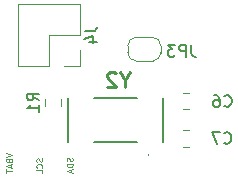
<source format=gbo>
G04 #@! TF.GenerationSoftware,KiCad,Pcbnew,(5.1.4)-1*
G04 #@! TF.CreationDate,2020-11-30T17:40:18+01:00*
G04 #@! TF.ProjectId,BME680,424d4536-3830-42e6-9b69-6361645f7063,A*
G04 #@! TF.SameCoordinates,Original*
G04 #@! TF.FileFunction,Legend,Bot*
G04 #@! TF.FilePolarity,Positive*
%FSLAX46Y46*%
G04 Gerber Fmt 4.6, Leading zero omitted, Abs format (unit mm)*
G04 Created by KiCad (PCBNEW (5.1.4)-1) date 2020-11-30 17:40:18*
%MOMM*%
%LPD*%
G04 APERTURE LIST*
%ADD10C,0.125000*%
%ADD11C,0.120000*%
%ADD12C,0.200000*%
%ADD13C,0.150000*%
%ADD14C,0.254000*%
G04 APERTURE END LIST*
D10*
X119716190Y-134146571D02*
X120216190Y-134313238D01*
X119716190Y-134479904D01*
X119954285Y-134813238D02*
X119978095Y-134884666D01*
X120001904Y-134908476D01*
X120049523Y-134932285D01*
X120120952Y-134932285D01*
X120168571Y-134908476D01*
X120192380Y-134884666D01*
X120216190Y-134837047D01*
X120216190Y-134646571D01*
X119716190Y-134646571D01*
X119716190Y-134813238D01*
X119740000Y-134860857D01*
X119763809Y-134884666D01*
X119811428Y-134908476D01*
X119859047Y-134908476D01*
X119906666Y-134884666D01*
X119930476Y-134860857D01*
X119954285Y-134813238D01*
X119954285Y-134646571D01*
X120073333Y-135122761D02*
X120073333Y-135360857D01*
X120216190Y-135075142D02*
X119716190Y-135241809D01*
X120216190Y-135408476D01*
X119716190Y-135503714D02*
X119716190Y-135789428D01*
X120216190Y-135646571D02*
X119716190Y-135646571D01*
X125302380Y-134560857D02*
X125326190Y-134632285D01*
X125326190Y-134751333D01*
X125302380Y-134798952D01*
X125278571Y-134822761D01*
X125230952Y-134846571D01*
X125183333Y-134846571D01*
X125135714Y-134822761D01*
X125111904Y-134798952D01*
X125088095Y-134751333D01*
X125064285Y-134656095D01*
X125040476Y-134608476D01*
X125016666Y-134584666D01*
X124969047Y-134560857D01*
X124921428Y-134560857D01*
X124873809Y-134584666D01*
X124850000Y-134608476D01*
X124826190Y-134656095D01*
X124826190Y-134775142D01*
X124850000Y-134846571D01*
X125326190Y-135060857D02*
X124826190Y-135060857D01*
X124826190Y-135179904D01*
X124850000Y-135251333D01*
X124897619Y-135298952D01*
X124945238Y-135322761D01*
X125040476Y-135346571D01*
X125111904Y-135346571D01*
X125207142Y-135322761D01*
X125254761Y-135298952D01*
X125302380Y-135251333D01*
X125326190Y-135179904D01*
X125326190Y-135060857D01*
X125183333Y-135537047D02*
X125183333Y-135775142D01*
X125326190Y-135489428D02*
X124826190Y-135656095D01*
X125326190Y-135822761D01*
X122732380Y-134592761D02*
X122756190Y-134664190D01*
X122756190Y-134783238D01*
X122732380Y-134830857D01*
X122708571Y-134854666D01*
X122660952Y-134878476D01*
X122613333Y-134878476D01*
X122565714Y-134854666D01*
X122541904Y-134830857D01*
X122518095Y-134783238D01*
X122494285Y-134688000D01*
X122470476Y-134640380D01*
X122446666Y-134616571D01*
X122399047Y-134592761D01*
X122351428Y-134592761D01*
X122303809Y-134616571D01*
X122280000Y-134640380D01*
X122256190Y-134688000D01*
X122256190Y-134807047D01*
X122280000Y-134878476D01*
X122708571Y-135378476D02*
X122732380Y-135354666D01*
X122756190Y-135283238D01*
X122756190Y-135235619D01*
X122732380Y-135164190D01*
X122684761Y-135116571D01*
X122637142Y-135092761D01*
X122541904Y-135068952D01*
X122470476Y-135068952D01*
X122375238Y-135092761D01*
X122327619Y-135116571D01*
X122280000Y-135164190D01*
X122256190Y-135235619D01*
X122256190Y-135283238D01*
X122280000Y-135354666D01*
X122303809Y-135378476D01*
X122756190Y-135830857D02*
X122756190Y-135592761D01*
X122256190Y-135592761D01*
D11*
X134643548Y-129030000D02*
X135166052Y-129030000D01*
X134643548Y-130450000D02*
X135166052Y-130450000D01*
X134643548Y-133650400D02*
X135166052Y-133650400D01*
X134643548Y-132230400D02*
X135166052Y-132230400D01*
X122959000Y-129596748D02*
X122959000Y-130119252D01*
X124379000Y-129596748D02*
X124379000Y-130119252D01*
D12*
X132952200Y-133240200D02*
X132952200Y-129440200D01*
X124952200Y-129440200D02*
X124952200Y-133240200D01*
X130752200Y-129440200D02*
X127152200Y-129440200D01*
X130752200Y-133240200D02*
X127152200Y-133240200D01*
X131751200Y-134341200D02*
G75*
G03X131751200Y-134341200I-33000J0D01*
G01*
D11*
X130690600Y-124345800D02*
G75*
G03X129990600Y-125045800I0J-700000D01*
G01*
X129990600Y-125645800D02*
G75*
G03X130690600Y-126345800I700000J0D01*
G01*
X132090600Y-126345800D02*
G75*
G03X132790600Y-125645800I0J700000D01*
G01*
X132790600Y-125045800D02*
G75*
G03X132090600Y-124345800I-700000J0D01*
G01*
X132790600Y-125645800D02*
X132790600Y-125045800D01*
X130690600Y-126345800D02*
X132090600Y-126345800D01*
X129990600Y-125045800D02*
X129990600Y-125645800D01*
X132090600Y-124345800D02*
X130690600Y-124345800D01*
X125913400Y-126752000D02*
X125913400Y-125422000D01*
X124583400Y-126752000D02*
X125913400Y-126752000D01*
X125913400Y-124152000D02*
X125913400Y-121552000D01*
X123313400Y-124152000D02*
X125913400Y-124152000D01*
X123313400Y-126752000D02*
X123313400Y-124152000D01*
X125913400Y-121552000D02*
X120713400Y-121552000D01*
X123313400Y-126752000D02*
X120713400Y-126752000D01*
X120713400Y-126752000D02*
X120713400Y-121552000D01*
D13*
X138161266Y-130147942D02*
X138208885Y-130195561D01*
X138351742Y-130243180D01*
X138446980Y-130243180D01*
X138589838Y-130195561D01*
X138685076Y-130100323D01*
X138732695Y-130005085D01*
X138780314Y-129814609D01*
X138780314Y-129671752D01*
X138732695Y-129481276D01*
X138685076Y-129386038D01*
X138589838Y-129290800D01*
X138446980Y-129243180D01*
X138351742Y-129243180D01*
X138208885Y-129290800D01*
X138161266Y-129338419D01*
X137304123Y-129243180D02*
X137494600Y-129243180D01*
X137589838Y-129290800D01*
X137637457Y-129338419D01*
X137732695Y-129481276D01*
X137780314Y-129671752D01*
X137780314Y-130052704D01*
X137732695Y-130147942D01*
X137685076Y-130195561D01*
X137589838Y-130243180D01*
X137399361Y-130243180D01*
X137304123Y-130195561D01*
X137256504Y-130147942D01*
X137208885Y-130052704D01*
X137208885Y-129814609D01*
X137256504Y-129719371D01*
X137304123Y-129671752D01*
X137399361Y-129624133D01*
X137589838Y-129624133D01*
X137685076Y-129671752D01*
X137732695Y-129719371D01*
X137780314Y-129814609D01*
X138135866Y-133272142D02*
X138183485Y-133319761D01*
X138326342Y-133367380D01*
X138421580Y-133367380D01*
X138564438Y-133319761D01*
X138659676Y-133224523D01*
X138707295Y-133129285D01*
X138754914Y-132938809D01*
X138754914Y-132795952D01*
X138707295Y-132605476D01*
X138659676Y-132510238D01*
X138564438Y-132415000D01*
X138421580Y-132367380D01*
X138326342Y-132367380D01*
X138183485Y-132415000D01*
X138135866Y-132462619D01*
X137802533Y-132367380D02*
X137135866Y-132367380D01*
X137564438Y-133367380D01*
X122471380Y-129691333D02*
X121995190Y-129358000D01*
X122471380Y-129119904D02*
X121471380Y-129119904D01*
X121471380Y-129500857D01*
X121519000Y-129596095D01*
X121566619Y-129643714D01*
X121661857Y-129691333D01*
X121804714Y-129691333D01*
X121899952Y-129643714D01*
X121947571Y-129596095D01*
X121995190Y-129500857D01*
X121995190Y-129119904D01*
X122471380Y-130643714D02*
X122471380Y-130072285D01*
X122471380Y-130358000D02*
X121471380Y-130358000D01*
X121614238Y-130262761D01*
X121709476Y-130167523D01*
X121757095Y-130072285D01*
D14*
X129760161Y-127931761D02*
X129760161Y-128536523D01*
X130183495Y-127266523D02*
X129760161Y-127931761D01*
X129336828Y-127266523D01*
X128973971Y-127387476D02*
X128913495Y-127327000D01*
X128792542Y-127266523D01*
X128490161Y-127266523D01*
X128369209Y-127327000D01*
X128308733Y-127387476D01*
X128248257Y-127508428D01*
X128248257Y-127629380D01*
X128308733Y-127810809D01*
X129034447Y-128536523D01*
X128248257Y-128536523D01*
D13*
X135373533Y-124975980D02*
X135373533Y-125690266D01*
X135421152Y-125833123D01*
X135516390Y-125928361D01*
X135659247Y-125975980D01*
X135754485Y-125975980D01*
X134897342Y-125975980D02*
X134897342Y-124975980D01*
X134516390Y-124975980D01*
X134421152Y-125023600D01*
X134373533Y-125071219D01*
X134325914Y-125166457D01*
X134325914Y-125309314D01*
X134373533Y-125404552D01*
X134421152Y-125452171D01*
X134516390Y-125499790D01*
X134897342Y-125499790D01*
X133992580Y-124975980D02*
X133373533Y-124975980D01*
X133706866Y-125356933D01*
X133564009Y-125356933D01*
X133468771Y-125404552D01*
X133421152Y-125452171D01*
X133373533Y-125547409D01*
X133373533Y-125785504D01*
X133421152Y-125880742D01*
X133468771Y-125928361D01*
X133564009Y-125975980D01*
X133849723Y-125975980D01*
X133944961Y-125928361D01*
X133992580Y-125880742D01*
X126365780Y-123818666D02*
X127080066Y-123818666D01*
X127222923Y-123771047D01*
X127318161Y-123675809D01*
X127365780Y-123532952D01*
X127365780Y-123437714D01*
X126699114Y-124723428D02*
X127365780Y-124723428D01*
X126318161Y-124485333D02*
X127032447Y-124247238D01*
X127032447Y-124866285D01*
M02*

</source>
